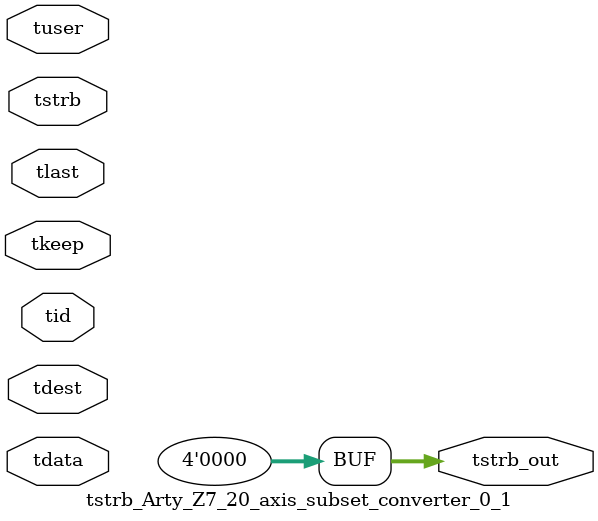
<source format=v>


`timescale 1ps/1ps

module tstrb_Arty_Z7_20_axis_subset_converter_0_1 #
(
parameter C_S_AXIS_TDATA_WIDTH = 32,
parameter C_S_AXIS_TUSER_WIDTH = 0,
parameter C_S_AXIS_TID_WIDTH   = 0,
parameter C_S_AXIS_TDEST_WIDTH = 0,
parameter C_M_AXIS_TDATA_WIDTH = 32
)
(
input  [(C_S_AXIS_TDATA_WIDTH == 0 ? 1 : C_S_AXIS_TDATA_WIDTH)-1:0     ] tdata,
input  [(C_S_AXIS_TUSER_WIDTH == 0 ? 1 : C_S_AXIS_TUSER_WIDTH)-1:0     ] tuser,
input  [(C_S_AXIS_TID_WIDTH   == 0 ? 1 : C_S_AXIS_TID_WIDTH)-1:0       ] tid,
input  [(C_S_AXIS_TDEST_WIDTH == 0 ? 1 : C_S_AXIS_TDEST_WIDTH)-1:0     ] tdest,
input  [(C_S_AXIS_TDATA_WIDTH/8)-1:0 ] tkeep,
input  [(C_S_AXIS_TDATA_WIDTH/8)-1:0 ] tstrb,
input                                                                    tlast,
output [(C_M_AXIS_TDATA_WIDTH/8)-1:0 ] tstrb_out
);

assign tstrb_out = {1'b0};

endmodule


</source>
